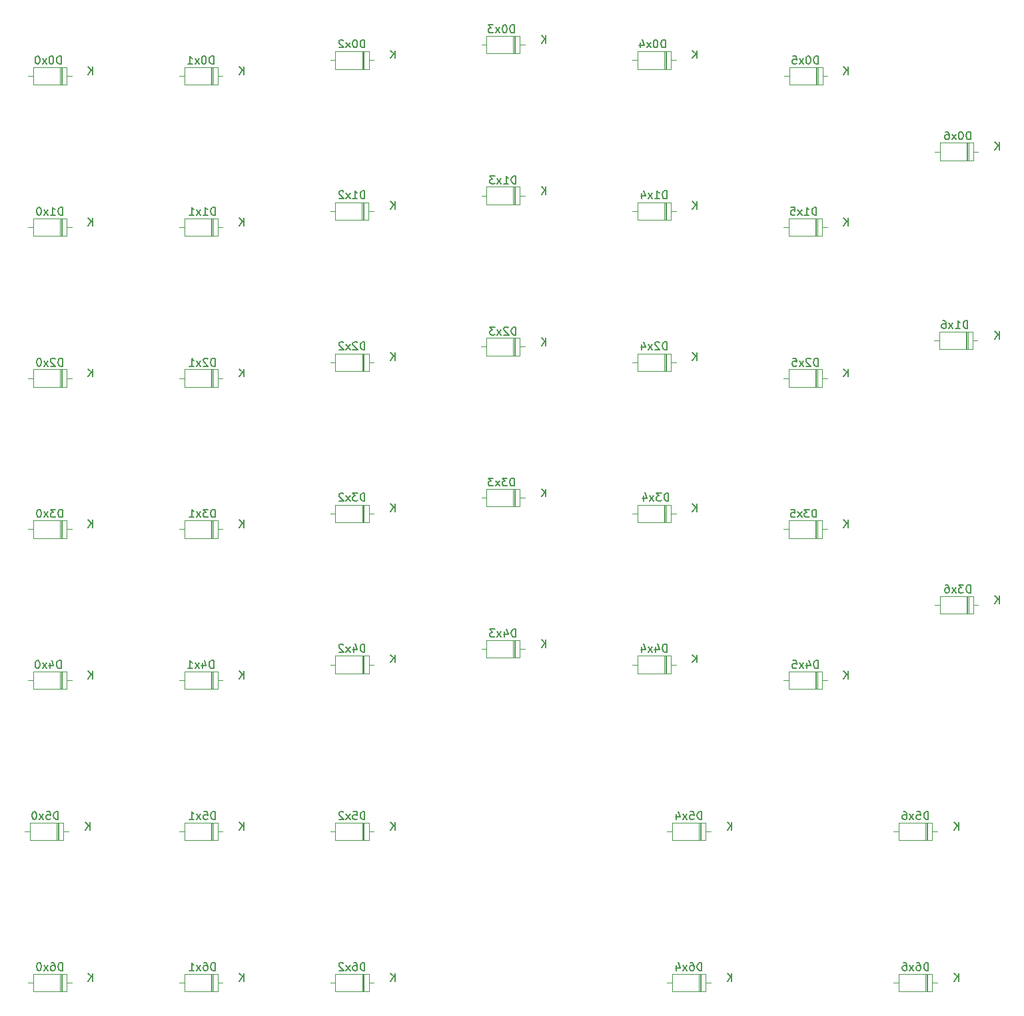
<source format=gbr>
%TF.GenerationSoftware,KiCad,Pcbnew,5.1.10-88a1d61d58~88~ubuntu20.04.1*%
%TF.CreationDate,2021-05-17T22:02:50+01:00*%
%TF.ProjectId,left_side,6c656674-5f73-4696-9465-2e6b69636164,rev?*%
%TF.SameCoordinates,Original*%
%TF.FileFunction,Legend,Bot*%
%TF.FilePolarity,Positive*%
%FSLAX46Y46*%
G04 Gerber Fmt 4.6, Leading zero omitted, Abs format (unit mm)*
G04 Created by KiCad (PCBNEW 5.1.10-88a1d61d58~88~ubuntu20.04.1) date 2021-05-17 22:02:50*
%MOMM*%
%LPD*%
G01*
G04 APERTURE LIST*
%ADD10C,0.120000*%
%ADD11C,0.150000*%
G04 APERTURE END LIST*
D10*
%TO.C,D0x0*%
X59330000Y108320000D02*
X59330000Y106080000D01*
X59090000Y108320000D02*
X59090000Y106080000D01*
X59210000Y108320000D02*
X59210000Y106080000D01*
X55040000Y107200000D02*
X55690000Y107200000D01*
X60580000Y107200000D02*
X59930000Y107200000D01*
X55690000Y108320000D02*
X59930000Y108320000D01*
X55690000Y106080000D02*
X55690000Y108320000D01*
X59930000Y106080000D02*
X55690000Y106080000D01*
X59930000Y108320000D02*
X59930000Y106080000D01*
%TO.C,D0x1*%
X78530000Y108320000D02*
X78530000Y106080000D01*
X78290000Y108320000D02*
X78290000Y106080000D01*
X78410000Y108320000D02*
X78410000Y106080000D01*
X74240000Y107200000D02*
X74890000Y107200000D01*
X79780000Y107200000D02*
X79130000Y107200000D01*
X74890000Y108320000D02*
X79130000Y108320000D01*
X74890000Y106080000D02*
X74890000Y108320000D01*
X79130000Y106080000D02*
X74890000Y106080000D01*
X79130000Y108320000D02*
X79130000Y106080000D01*
%TO.C,D0x2*%
X97730000Y110320000D02*
X97730000Y108080000D01*
X97490000Y110320000D02*
X97490000Y108080000D01*
X97610000Y110320000D02*
X97610000Y108080000D01*
X93440000Y109200000D02*
X94090000Y109200000D01*
X98980000Y109200000D02*
X98330000Y109200000D01*
X94090000Y110320000D02*
X98330000Y110320000D01*
X94090000Y108080000D02*
X94090000Y110320000D01*
X98330000Y108080000D02*
X94090000Y108080000D01*
X98330000Y110320000D02*
X98330000Y108080000D01*
%TO.C,D0x3*%
X116930000Y112320000D02*
X116930000Y110080000D01*
X116690000Y112320000D02*
X116690000Y110080000D01*
X116810000Y112320000D02*
X116810000Y110080000D01*
X112640000Y111200000D02*
X113290000Y111200000D01*
X118180000Y111200000D02*
X117530000Y111200000D01*
X113290000Y112320000D02*
X117530000Y112320000D01*
X113290000Y110080000D02*
X113290000Y112320000D01*
X117530000Y110080000D02*
X113290000Y110080000D01*
X117530000Y112320000D02*
X117530000Y110080000D01*
%TO.C,D0x4*%
X136130000Y110320000D02*
X136130000Y108080000D01*
X135890000Y110320000D02*
X135890000Y108080000D01*
X136010000Y110320000D02*
X136010000Y108080000D01*
X131840000Y109200000D02*
X132490000Y109200000D01*
X137380000Y109200000D02*
X136730000Y109200000D01*
X132490000Y110320000D02*
X136730000Y110320000D01*
X132490000Y108080000D02*
X132490000Y110320000D01*
X136730000Y108080000D02*
X132490000Y108080000D01*
X136730000Y110320000D02*
X136730000Y108080000D01*
%TO.C,D0x5*%
X155390001Y108320000D02*
X155390001Y106080000D01*
X155150001Y108320000D02*
X155150001Y106080000D01*
X155270001Y108320000D02*
X155270001Y106080000D01*
X151100001Y107200000D02*
X151750001Y107200000D01*
X156640001Y107200000D02*
X155990001Y107200000D01*
X151750001Y108320000D02*
X155990001Y108320000D01*
X151750001Y106080000D02*
X151750001Y108320000D01*
X155990001Y106080000D02*
X151750001Y106080000D01*
X155990001Y108320000D02*
X155990001Y106080000D01*
%TO.C,D0x6*%
X174530000Y98720000D02*
X174530000Y96480000D01*
X174290000Y98720000D02*
X174290000Y96480000D01*
X174410000Y98720000D02*
X174410000Y96480000D01*
X170240000Y97600000D02*
X170890000Y97600000D01*
X175780000Y97600000D02*
X175130000Y97600000D01*
X170890000Y98720000D02*
X175130000Y98720000D01*
X170890000Y96480000D02*
X170890000Y98720000D01*
X175130000Y96480000D02*
X170890000Y96480000D01*
X175130000Y98720000D02*
X175130000Y96480000D01*
%TO.C,D1x0*%
X59330000Y89120000D02*
X59330000Y86880000D01*
X59090000Y89120000D02*
X59090000Y86880000D01*
X59210000Y89120000D02*
X59210000Y86880000D01*
X55040000Y88000000D02*
X55690000Y88000000D01*
X60580000Y88000000D02*
X59930000Y88000000D01*
X55690000Y89120000D02*
X59930000Y89120000D01*
X55690000Y86880000D02*
X55690000Y89120000D01*
X59930000Y86880000D02*
X55690000Y86880000D01*
X59930000Y89120000D02*
X59930000Y86880000D01*
%TO.C,D1x1*%
X78530000Y89120000D02*
X78530000Y86880000D01*
X78290000Y89120000D02*
X78290000Y86880000D01*
X78410000Y89120000D02*
X78410000Y86880000D01*
X74240000Y88000000D02*
X74890000Y88000000D01*
X79780000Y88000000D02*
X79130000Y88000000D01*
X74890000Y89120000D02*
X79130000Y89120000D01*
X74890000Y86880000D02*
X74890000Y89120000D01*
X79130000Y86880000D02*
X74890000Y86880000D01*
X79130000Y89120000D02*
X79130000Y86880000D01*
%TO.C,D1x2*%
X97710000Y91120000D02*
X97710000Y88880000D01*
X97470000Y91120000D02*
X97470000Y88880000D01*
X97590000Y91120000D02*
X97590000Y88880000D01*
X93420000Y90000000D02*
X94070000Y90000000D01*
X98960000Y90000000D02*
X98310000Y90000000D01*
X94070000Y91120000D02*
X98310000Y91120000D01*
X94070000Y88880000D02*
X94070000Y91120000D01*
X98310000Y88880000D02*
X94070000Y88880000D01*
X98310000Y91120000D02*
X98310000Y88880000D01*
%TO.C,D1x3*%
X116930000Y93120000D02*
X116930000Y90880000D01*
X116690000Y93120000D02*
X116690000Y90880000D01*
X116810000Y93120000D02*
X116810000Y90880000D01*
X112640000Y92000000D02*
X113290000Y92000000D01*
X118180000Y92000000D02*
X117530000Y92000000D01*
X113290000Y93120000D02*
X117530000Y93120000D01*
X113290000Y90880000D02*
X113290000Y93120000D01*
X117530000Y90880000D02*
X113290000Y90880000D01*
X117530000Y93120000D02*
X117530000Y90880000D01*
%TO.C,D1x4*%
X136130000Y91120000D02*
X136130000Y88880000D01*
X135890000Y91120000D02*
X135890000Y88880000D01*
X136010000Y91120000D02*
X136010000Y88880000D01*
X131840000Y90000000D02*
X132490000Y90000000D01*
X137380000Y90000000D02*
X136730000Y90000000D01*
X132490000Y91120000D02*
X136730000Y91120000D01*
X132490000Y88880000D02*
X132490000Y91120000D01*
X136730000Y88880000D02*
X132490000Y88880000D01*
X136730000Y91120000D02*
X136730000Y88880000D01*
%TO.C,D1x5*%
X155330000Y89120000D02*
X155330000Y86880000D01*
X155090000Y89120000D02*
X155090000Y86880000D01*
X155210000Y89120000D02*
X155210000Y86880000D01*
X151040000Y88000000D02*
X151690000Y88000000D01*
X156580000Y88000000D02*
X155930000Y88000000D01*
X151690000Y89120000D02*
X155930000Y89120000D01*
X151690000Y86880000D02*
X151690000Y89120000D01*
X155930000Y86880000D02*
X151690000Y86880000D01*
X155930000Y89120000D02*
X155930000Y86880000D01*
%TO.C,D1x6*%
X174450000Y74720000D02*
X174450000Y72480000D01*
X174210000Y74720000D02*
X174210000Y72480000D01*
X174330000Y74720000D02*
X174330000Y72480000D01*
X170160000Y73600000D02*
X170810000Y73600000D01*
X175700000Y73600000D02*
X175050000Y73600000D01*
X170810000Y74720000D02*
X175050000Y74720000D01*
X170810000Y72480000D02*
X170810000Y74720000D01*
X175050000Y72480000D02*
X170810000Y72480000D01*
X175050000Y74720000D02*
X175050000Y72480000D01*
%TO.C,D2x0*%
X59330000Y69920000D02*
X59330000Y67680000D01*
X59090000Y69920000D02*
X59090000Y67680000D01*
X59210000Y69920000D02*
X59210000Y67680000D01*
X55040000Y68800000D02*
X55690000Y68800000D01*
X60580000Y68800000D02*
X59930000Y68800000D01*
X55690000Y69920000D02*
X59930000Y69920000D01*
X55690000Y67680000D02*
X55690000Y69920000D01*
X59930000Y67680000D02*
X55690000Y67680000D01*
X59930000Y69920000D02*
X59930000Y67680000D01*
%TO.C,D2x1*%
X78530000Y69920000D02*
X78530000Y67680000D01*
X78290000Y69920000D02*
X78290000Y67680000D01*
X78410000Y69920000D02*
X78410000Y67680000D01*
X74240000Y68800000D02*
X74890000Y68800000D01*
X79780000Y68800000D02*
X79130000Y68800000D01*
X74890000Y69920000D02*
X79130000Y69920000D01*
X74890000Y67680000D02*
X74890000Y69920000D01*
X79130000Y67680000D02*
X74890000Y67680000D01*
X79130000Y69920000D02*
X79130000Y67680000D01*
%TO.C,D2x2*%
X97730000Y71920000D02*
X97730000Y69680000D01*
X97490000Y71920000D02*
X97490000Y69680000D01*
X97610000Y71920000D02*
X97610000Y69680000D01*
X93440000Y70800000D02*
X94090000Y70800000D01*
X98980000Y70800000D02*
X98330000Y70800000D01*
X94090000Y71920000D02*
X98330000Y71920000D01*
X94090000Y69680000D02*
X94090000Y71920000D01*
X98330000Y69680000D02*
X94090000Y69680000D01*
X98330000Y71920000D02*
X98330000Y69680000D01*
%TO.C,D2x3*%
X116910000Y73920000D02*
X116910000Y71680000D01*
X116670000Y73920000D02*
X116670000Y71680000D01*
X116790000Y73920000D02*
X116790000Y71680000D01*
X112620000Y72800000D02*
X113270000Y72800000D01*
X118160000Y72800000D02*
X117510000Y72800000D01*
X113270000Y73920000D02*
X117510000Y73920000D01*
X113270000Y71680000D02*
X113270000Y73920000D01*
X117510000Y71680000D02*
X113270000Y71680000D01*
X117510000Y73920000D02*
X117510000Y71680000D01*
%TO.C,D2x4*%
X136130000Y71920000D02*
X136130000Y69680000D01*
X135890000Y71920000D02*
X135890000Y69680000D01*
X136010000Y71920000D02*
X136010000Y69680000D01*
X131840000Y70800000D02*
X132490000Y70800000D01*
X137380000Y70800000D02*
X136730000Y70800000D01*
X132490000Y71920000D02*
X136730000Y71920000D01*
X132490000Y69680000D02*
X132490000Y71920000D01*
X136730000Y69680000D02*
X132490000Y69680000D01*
X136730000Y71920000D02*
X136730000Y69680000D01*
%TO.C,D2x5*%
X155330000Y69920000D02*
X155330000Y67680000D01*
X155090000Y69920000D02*
X155090000Y67680000D01*
X155210000Y69920000D02*
X155210000Y67680000D01*
X151040000Y68800000D02*
X151690000Y68800000D01*
X156580000Y68800000D02*
X155930000Y68800000D01*
X151690000Y69920000D02*
X155930000Y69920000D01*
X151690000Y67680000D02*
X151690000Y69920000D01*
X155930000Y67680000D02*
X151690000Y67680000D01*
X155930000Y69920000D02*
X155930000Y67680000D01*
%TO.C,D3x0*%
X59330000Y50720000D02*
X59330000Y48480000D01*
X59090000Y50720000D02*
X59090000Y48480000D01*
X59210000Y50720000D02*
X59210000Y48480000D01*
X55040000Y49600000D02*
X55690000Y49600000D01*
X60580000Y49600000D02*
X59930000Y49600000D01*
X55690000Y50720000D02*
X59930000Y50720000D01*
X55690000Y48480000D02*
X55690000Y50720000D01*
X59930000Y48480000D02*
X55690000Y48480000D01*
X59930000Y50720000D02*
X59930000Y48480000D01*
%TO.C,D3x1*%
X78530000Y50720000D02*
X78530000Y48480000D01*
X78290000Y50720000D02*
X78290000Y48480000D01*
X78410000Y50720000D02*
X78410000Y48480000D01*
X74240000Y49600000D02*
X74890000Y49600000D01*
X79780000Y49600000D02*
X79130000Y49600000D01*
X74890000Y50720000D02*
X79130000Y50720000D01*
X74890000Y48480000D02*
X74890000Y50720000D01*
X79130000Y48480000D02*
X74890000Y48480000D01*
X79130000Y50720000D02*
X79130000Y48480000D01*
%TO.C,D3x2*%
X97730000Y52720000D02*
X97730000Y50480000D01*
X97490000Y52720000D02*
X97490000Y50480000D01*
X97610000Y52720000D02*
X97610000Y50480000D01*
X93440000Y51600000D02*
X94090000Y51600000D01*
X98980000Y51600000D02*
X98330000Y51600000D01*
X94090000Y52720000D02*
X98330000Y52720000D01*
X94090000Y50480000D02*
X94090000Y52720000D01*
X98330000Y50480000D02*
X94090000Y50480000D01*
X98330000Y52720000D02*
X98330000Y50480000D01*
%TO.C,D3x3*%
X116930000Y54720000D02*
X116930000Y52480000D01*
X116690000Y54720000D02*
X116690000Y52480000D01*
X116810000Y54720000D02*
X116810000Y52480000D01*
X112640000Y53600000D02*
X113290000Y53600000D01*
X118180000Y53600000D02*
X117530000Y53600000D01*
X113290000Y54720000D02*
X117530000Y54720000D01*
X113290000Y52480000D02*
X113290000Y54720000D01*
X117530000Y52480000D02*
X113290000Y52480000D01*
X117530000Y54720000D02*
X117530000Y52480000D01*
%TO.C,D3x4*%
X136110000Y52720000D02*
X136110000Y50480000D01*
X135870000Y52720000D02*
X135870000Y50480000D01*
X135990000Y52720000D02*
X135990000Y50480000D01*
X131820000Y51600000D02*
X132470000Y51600000D01*
X137360000Y51600000D02*
X136710000Y51600000D01*
X132470000Y52720000D02*
X136710000Y52720000D01*
X132470000Y50480000D02*
X132470000Y52720000D01*
X136710000Y50480000D02*
X132470000Y50480000D01*
X136710000Y52720000D02*
X136710000Y50480000D01*
%TO.C,D3x5*%
X155330000Y50720000D02*
X155330000Y48480000D01*
X155090000Y50720000D02*
X155090000Y48480000D01*
X155210000Y50720000D02*
X155210000Y48480000D01*
X151040000Y49600000D02*
X151690000Y49600000D01*
X156580000Y49600000D02*
X155930000Y49600000D01*
X151690000Y50720000D02*
X155930000Y50720000D01*
X151690000Y48480000D02*
X151690000Y50720000D01*
X155930000Y48480000D02*
X151690000Y48480000D01*
X155930000Y50720000D02*
X155930000Y48480000D01*
%TO.C,D3x6*%
X174530000Y41120000D02*
X174530000Y38880000D01*
X174290000Y41120000D02*
X174290000Y38880000D01*
X174410000Y41120000D02*
X174410000Y38880000D01*
X170240000Y40000000D02*
X170890000Y40000000D01*
X175780000Y40000000D02*
X175130000Y40000000D01*
X170890000Y41120000D02*
X175130000Y41120000D01*
X170890000Y38880000D02*
X170890000Y41120000D01*
X175130000Y38880000D02*
X170890000Y38880000D01*
X175130000Y41120000D02*
X175130000Y38880000D01*
%TO.C,D4x0*%
X59330000Y31520000D02*
X59330000Y29280000D01*
X59090000Y31520000D02*
X59090000Y29280000D01*
X59210000Y31520000D02*
X59210000Y29280000D01*
X55040000Y30400000D02*
X55690000Y30400000D01*
X60580000Y30400000D02*
X59930000Y30400000D01*
X55690000Y31520000D02*
X59930000Y31520000D01*
X55690000Y29280000D02*
X55690000Y31520000D01*
X59930000Y29280000D02*
X55690000Y29280000D01*
X59930000Y31520000D02*
X59930000Y29280000D01*
%TO.C,D4x1*%
X78530000Y31520000D02*
X78530000Y29280000D01*
X78290000Y31520000D02*
X78290000Y29280000D01*
X78410000Y31520000D02*
X78410000Y29280000D01*
X74240000Y30400000D02*
X74890000Y30400000D01*
X79780000Y30400000D02*
X79130000Y30400000D01*
X74890000Y31520000D02*
X79130000Y31520000D01*
X74890000Y29280000D02*
X74890000Y31520000D01*
X79130000Y29280000D02*
X74890000Y29280000D01*
X79130000Y31520000D02*
X79130000Y29280000D01*
%TO.C,D4x2*%
X97730000Y33520000D02*
X97730000Y31280000D01*
X97490000Y33520000D02*
X97490000Y31280000D01*
X97610000Y33520000D02*
X97610000Y31280000D01*
X93440000Y32400000D02*
X94090000Y32400000D01*
X98980000Y32400000D02*
X98330000Y32400000D01*
X94090000Y33520000D02*
X98330000Y33520000D01*
X94090000Y31280000D02*
X94090000Y33520000D01*
X98330000Y31280000D02*
X94090000Y31280000D01*
X98330000Y33520000D02*
X98330000Y31280000D01*
%TO.C,D4x3*%
X116930000Y35520000D02*
X116930000Y33280000D01*
X116690000Y35520000D02*
X116690000Y33280000D01*
X116810000Y35520000D02*
X116810000Y33280000D01*
X112640000Y34400000D02*
X113290000Y34400000D01*
X118180000Y34400000D02*
X117530000Y34400000D01*
X113290000Y35520000D02*
X117530000Y35520000D01*
X113290000Y33280000D02*
X113290000Y35520000D01*
X117530000Y33280000D02*
X113290000Y33280000D01*
X117530000Y35520000D02*
X117530000Y33280000D01*
%TO.C,D4x4*%
X136130000Y33520000D02*
X136130000Y31280000D01*
X135890000Y33520000D02*
X135890000Y31280000D01*
X136010000Y33520000D02*
X136010000Y31280000D01*
X131840000Y32400000D02*
X132490000Y32400000D01*
X137380000Y32400000D02*
X136730000Y32400000D01*
X132490000Y33520000D02*
X136730000Y33520000D01*
X132490000Y31280000D02*
X132490000Y33520000D01*
X136730000Y31280000D02*
X132490000Y31280000D01*
X136730000Y33520000D02*
X136730000Y31280000D01*
%TO.C,D4x5*%
X155330000Y31520000D02*
X155330000Y29280000D01*
X155090000Y31520000D02*
X155090000Y29280000D01*
X155210000Y31520000D02*
X155210000Y29280000D01*
X151040000Y30400000D02*
X151690000Y30400000D01*
X156580000Y30400000D02*
X155930000Y30400000D01*
X151690000Y31520000D02*
X155930000Y31520000D01*
X151690000Y29280000D02*
X151690000Y31520000D01*
X155930000Y29280000D02*
X151690000Y29280000D01*
X155930000Y31520000D02*
X155930000Y29280000D01*
%TO.C,D5x0*%
X58910000Y12320000D02*
X58910000Y10080000D01*
X58670000Y12320000D02*
X58670000Y10080000D01*
X58790000Y12320000D02*
X58790000Y10080000D01*
X54620000Y11200000D02*
X55270000Y11200000D01*
X60160000Y11200000D02*
X59510000Y11200000D01*
X55270000Y12320000D02*
X59510000Y12320000D01*
X55270000Y10080000D02*
X55270000Y12320000D01*
X59510000Y10080000D02*
X55270000Y10080000D01*
X59510000Y12320000D02*
X59510000Y10080000D01*
%TO.C,D5x1*%
X78530000Y12320000D02*
X78530000Y10080000D01*
X78290000Y12320000D02*
X78290000Y10080000D01*
X78410000Y12320000D02*
X78410000Y10080000D01*
X74240000Y11200000D02*
X74890000Y11200000D01*
X79780000Y11200000D02*
X79130000Y11200000D01*
X74890000Y12320000D02*
X79130000Y12320000D01*
X74890000Y10080000D02*
X74890000Y12320000D01*
X79130000Y10080000D02*
X74890000Y10080000D01*
X79130000Y12320000D02*
X79130000Y10080000D01*
%TO.C,D5x2*%
X97730000Y12320000D02*
X97730000Y10080000D01*
X97490000Y12320000D02*
X97490000Y10080000D01*
X97610000Y12320000D02*
X97610000Y10080000D01*
X93440000Y11200000D02*
X94090000Y11200000D01*
X98980000Y11200000D02*
X98330000Y11200000D01*
X94090000Y12320000D02*
X98330000Y12320000D01*
X94090000Y10080000D02*
X94090000Y12320000D01*
X98330000Y10080000D02*
X94090000Y10080000D01*
X98330000Y12320000D02*
X98330000Y10080000D01*
%TO.C,D5x4*%
X140530000Y12320000D02*
X140530000Y10080000D01*
X140290000Y12320000D02*
X140290000Y10080000D01*
X140410000Y12320000D02*
X140410000Y10080000D01*
X136240000Y11200000D02*
X136890000Y11200000D01*
X141780000Y11200000D02*
X141130000Y11200000D01*
X136890000Y12320000D02*
X141130000Y12320000D01*
X136890000Y10080000D02*
X136890000Y12320000D01*
X141130000Y10080000D02*
X136890000Y10080000D01*
X141130000Y12320000D02*
X141130000Y10080000D01*
%TO.C,D5x6*%
X169330000Y12320000D02*
X169330000Y10080000D01*
X169090000Y12320000D02*
X169090000Y10080000D01*
X169210000Y12320000D02*
X169210000Y10080000D01*
X165040000Y11200000D02*
X165690000Y11200000D01*
X170580000Y11200000D02*
X169930000Y11200000D01*
X165690000Y12320000D02*
X169930000Y12320000D01*
X165690000Y10080000D02*
X165690000Y12320000D01*
X169930000Y10080000D02*
X165690000Y10080000D01*
X169930000Y12320000D02*
X169930000Y10080000D01*
%TO.C,D6x0*%
X59330000Y-6880000D02*
X59330000Y-9120000D01*
X59090000Y-6880000D02*
X59090000Y-9120000D01*
X59210000Y-6880000D02*
X59210000Y-9120000D01*
X55040000Y-8000000D02*
X55690000Y-8000000D01*
X60580000Y-8000000D02*
X59930000Y-8000000D01*
X55690000Y-6880000D02*
X59930000Y-6880000D01*
X55690000Y-9120000D02*
X55690000Y-6880000D01*
X59930000Y-9120000D02*
X55690000Y-9120000D01*
X59930000Y-6880000D02*
X59930000Y-9120000D01*
%TO.C,D6x1*%
X78530000Y-6880000D02*
X78530000Y-9120000D01*
X78290000Y-6880000D02*
X78290000Y-9120000D01*
X78410000Y-6880000D02*
X78410000Y-9120000D01*
X74240000Y-8000000D02*
X74890000Y-8000000D01*
X79780000Y-8000000D02*
X79130000Y-8000000D01*
X74890000Y-6880000D02*
X79130000Y-6880000D01*
X74890000Y-9120000D02*
X74890000Y-6880000D01*
X79130000Y-9120000D02*
X74890000Y-9120000D01*
X79130000Y-6880000D02*
X79130000Y-9120000D01*
%TO.C,D6x2*%
X97730000Y-6880000D02*
X97730000Y-9120000D01*
X97490000Y-6880000D02*
X97490000Y-9120000D01*
X97610000Y-6880000D02*
X97610000Y-9120000D01*
X93440000Y-8000000D02*
X94090000Y-8000000D01*
X98980000Y-8000000D02*
X98330000Y-8000000D01*
X94090000Y-6880000D02*
X98330000Y-6880000D01*
X94090000Y-9120000D02*
X94090000Y-6880000D01*
X98330000Y-9120000D02*
X94090000Y-9120000D01*
X98330000Y-6880000D02*
X98330000Y-9120000D01*
%TO.C,D6x4*%
X140530000Y-6880000D02*
X140530000Y-9120000D01*
X140290000Y-6880000D02*
X140290000Y-9120000D01*
X140410000Y-6880000D02*
X140410000Y-9120000D01*
X136240000Y-8000000D02*
X136890000Y-8000000D01*
X141780000Y-8000000D02*
X141130000Y-8000000D01*
X136890000Y-6880000D02*
X141130000Y-6880000D01*
X136890000Y-9120000D02*
X136890000Y-6880000D01*
X141130000Y-9120000D02*
X136890000Y-9120000D01*
X141130000Y-6880000D02*
X141130000Y-9120000D01*
%TO.C,D6x6*%
X169330000Y-6880000D02*
X169330000Y-9120000D01*
X169090000Y-6880000D02*
X169090000Y-9120000D01*
X169210000Y-6880000D02*
X169210000Y-9120000D01*
X165040000Y-8000000D02*
X165690000Y-8000000D01*
X170580000Y-8000000D02*
X169930000Y-8000000D01*
X165690000Y-6880000D02*
X169930000Y-6880000D01*
X165690000Y-9120000D02*
X165690000Y-6880000D01*
X169930000Y-9120000D02*
X165690000Y-9120000D01*
X169930000Y-6880000D02*
X169930000Y-9120000D01*
%TD*%
%TO.C,D0x0*%
D11*
X59219047Y108731619D02*
X59219047Y109731619D01*
X58980952Y109731619D01*
X58838095Y109684000D01*
X58742857Y109588761D01*
X58695238Y109493523D01*
X58647619Y109303047D01*
X58647619Y109160190D01*
X58695238Y108969714D01*
X58742857Y108874476D01*
X58838095Y108779238D01*
X58980952Y108731619D01*
X59219047Y108731619D01*
X58028571Y109731619D02*
X57933333Y109731619D01*
X57838095Y109684000D01*
X57790476Y109636380D01*
X57742857Y109541142D01*
X57695238Y109350666D01*
X57695238Y109112571D01*
X57742857Y108922095D01*
X57790476Y108826857D01*
X57838095Y108779238D01*
X57933333Y108731619D01*
X58028571Y108731619D01*
X58123809Y108779238D01*
X58171428Y108826857D01*
X58219047Y108922095D01*
X58266666Y109112571D01*
X58266666Y109350666D01*
X58219047Y109541142D01*
X58171428Y109636380D01*
X58123809Y109684000D01*
X58028571Y109731619D01*
X57361904Y108731619D02*
X56838095Y109398285D01*
X57361904Y109398285D02*
X56838095Y108731619D01*
X56266666Y109731619D02*
X56171428Y109731619D01*
X56076190Y109684000D01*
X56028571Y109636380D01*
X55980952Y109541142D01*
X55933333Y109350666D01*
X55933333Y109112571D01*
X55980952Y108922095D01*
X56028571Y108826857D01*
X56076190Y108779238D01*
X56171428Y108731619D01*
X56266666Y108731619D01*
X56361904Y108779238D01*
X56409523Y108826857D01*
X56457142Y108922095D01*
X56504761Y109112571D01*
X56504761Y109350666D01*
X56457142Y109541142D01*
X56409523Y109636380D01*
X56361904Y109684000D01*
X56266666Y109731619D01*
X63237904Y107387619D02*
X63237904Y108387619D01*
X62666476Y107387619D02*
X63095047Y107959047D01*
X62666476Y108387619D02*
X63237904Y107816190D01*
%TO.C,D0x1*%
X78611047Y108731619D02*
X78611047Y109731619D01*
X78372952Y109731619D01*
X78230095Y109684000D01*
X78134857Y109588761D01*
X78087238Y109493523D01*
X78039619Y109303047D01*
X78039619Y109160190D01*
X78087238Y108969714D01*
X78134857Y108874476D01*
X78230095Y108779238D01*
X78372952Y108731619D01*
X78611047Y108731619D01*
X77420571Y109731619D02*
X77325333Y109731619D01*
X77230095Y109684000D01*
X77182476Y109636380D01*
X77134857Y109541142D01*
X77087238Y109350666D01*
X77087238Y109112571D01*
X77134857Y108922095D01*
X77182476Y108826857D01*
X77230095Y108779238D01*
X77325333Y108731619D01*
X77420571Y108731619D01*
X77515809Y108779238D01*
X77563428Y108826857D01*
X77611047Y108922095D01*
X77658666Y109112571D01*
X77658666Y109350666D01*
X77611047Y109541142D01*
X77563428Y109636380D01*
X77515809Y109684000D01*
X77420571Y109731619D01*
X76753904Y108731619D02*
X76230095Y109398285D01*
X76753904Y109398285D02*
X76230095Y108731619D01*
X75325333Y108731619D02*
X75896761Y108731619D01*
X75611047Y108731619D02*
X75611047Y109731619D01*
X75706285Y109588761D01*
X75801523Y109493523D01*
X75896761Y109445904D01*
X82437904Y107387619D02*
X82437904Y108387619D01*
X81866476Y107387619D02*
X82295047Y107959047D01*
X81866476Y108387619D02*
X82437904Y107816190D01*
%TO.C,D0x2*%
X97811047Y110811619D02*
X97811047Y111811619D01*
X97572952Y111811619D01*
X97430095Y111764000D01*
X97334857Y111668761D01*
X97287238Y111573523D01*
X97239619Y111383047D01*
X97239619Y111240190D01*
X97287238Y111049714D01*
X97334857Y110954476D01*
X97430095Y110859238D01*
X97572952Y110811619D01*
X97811047Y110811619D01*
X96620571Y111811619D02*
X96525333Y111811619D01*
X96430095Y111764000D01*
X96382476Y111716380D01*
X96334857Y111621142D01*
X96287238Y111430666D01*
X96287238Y111192571D01*
X96334857Y111002095D01*
X96382476Y110906857D01*
X96430095Y110859238D01*
X96525333Y110811619D01*
X96620571Y110811619D01*
X96715809Y110859238D01*
X96763428Y110906857D01*
X96811047Y111002095D01*
X96858666Y111192571D01*
X96858666Y111430666D01*
X96811047Y111621142D01*
X96763428Y111716380D01*
X96715809Y111764000D01*
X96620571Y111811619D01*
X95953904Y110811619D02*
X95430095Y111478285D01*
X95953904Y111478285D02*
X95430095Y110811619D01*
X95096761Y111716380D02*
X95049142Y111764000D01*
X94953904Y111811619D01*
X94715809Y111811619D01*
X94620571Y111764000D01*
X94572952Y111716380D01*
X94525333Y111621142D01*
X94525333Y111525904D01*
X94572952Y111383047D01*
X95144380Y110811619D01*
X94525333Y110811619D01*
X101637904Y109467619D02*
X101637904Y110467619D01*
X101066476Y109467619D02*
X101495047Y110039047D01*
X101066476Y110467619D02*
X101637904Y109896190D01*
%TO.C,D0x3*%
X116819047Y112699619D02*
X116819047Y113699619D01*
X116580952Y113699619D01*
X116438095Y113652000D01*
X116342857Y113556761D01*
X116295238Y113461523D01*
X116247619Y113271047D01*
X116247619Y113128190D01*
X116295238Y112937714D01*
X116342857Y112842476D01*
X116438095Y112747238D01*
X116580952Y112699619D01*
X116819047Y112699619D01*
X115628571Y113699619D02*
X115533333Y113699619D01*
X115438095Y113652000D01*
X115390476Y113604380D01*
X115342857Y113509142D01*
X115295238Y113318666D01*
X115295238Y113080571D01*
X115342857Y112890095D01*
X115390476Y112794857D01*
X115438095Y112747238D01*
X115533333Y112699619D01*
X115628571Y112699619D01*
X115723809Y112747238D01*
X115771428Y112794857D01*
X115819047Y112890095D01*
X115866666Y113080571D01*
X115866666Y113318666D01*
X115819047Y113509142D01*
X115771428Y113604380D01*
X115723809Y113652000D01*
X115628571Y113699619D01*
X114961904Y112699619D02*
X114438095Y113366285D01*
X114961904Y113366285D02*
X114438095Y112699619D01*
X114152380Y113699619D02*
X113533333Y113699619D01*
X113866666Y113318666D01*
X113723809Y113318666D01*
X113628571Y113271047D01*
X113580952Y113223428D01*
X113533333Y113128190D01*
X113533333Y112890095D01*
X113580952Y112794857D01*
X113628571Y112747238D01*
X113723809Y112699619D01*
X114009523Y112699619D01*
X114104761Y112747238D01*
X114152380Y112794857D01*
X120837904Y111355619D02*
X120837904Y112355619D01*
X120266476Y111355619D02*
X120695047Y111927047D01*
X120266476Y112355619D02*
X120837904Y111784190D01*
%TO.C,D0x4*%
X136019047Y110811619D02*
X136019047Y111811619D01*
X135780952Y111811619D01*
X135638095Y111764000D01*
X135542857Y111668761D01*
X135495238Y111573523D01*
X135447619Y111383047D01*
X135447619Y111240190D01*
X135495238Y111049714D01*
X135542857Y110954476D01*
X135638095Y110859238D01*
X135780952Y110811619D01*
X136019047Y110811619D01*
X134828571Y111811619D02*
X134733333Y111811619D01*
X134638095Y111764000D01*
X134590476Y111716380D01*
X134542857Y111621142D01*
X134495238Y111430666D01*
X134495238Y111192571D01*
X134542857Y111002095D01*
X134590476Y110906857D01*
X134638095Y110859238D01*
X134733333Y110811619D01*
X134828571Y110811619D01*
X134923809Y110859238D01*
X134971428Y110906857D01*
X135019047Y111002095D01*
X135066666Y111192571D01*
X135066666Y111430666D01*
X135019047Y111621142D01*
X134971428Y111716380D01*
X134923809Y111764000D01*
X134828571Y111811619D01*
X134161904Y110811619D02*
X133638095Y111478285D01*
X134161904Y111478285D02*
X133638095Y110811619D01*
X132828571Y111478285D02*
X132828571Y110811619D01*
X133066666Y111859238D02*
X133304761Y111144952D01*
X132685714Y111144952D01*
X140037904Y109467619D02*
X140037904Y110467619D01*
X139466476Y109467619D02*
X139895047Y110039047D01*
X139466476Y110467619D02*
X140037904Y109896190D01*
%TO.C,D0x5*%
X155411047Y108731619D02*
X155411047Y109731619D01*
X155172952Y109731619D01*
X155030095Y109684000D01*
X154934857Y109588761D01*
X154887238Y109493523D01*
X154839619Y109303047D01*
X154839619Y109160190D01*
X154887238Y108969714D01*
X154934857Y108874476D01*
X155030095Y108779238D01*
X155172952Y108731619D01*
X155411047Y108731619D01*
X154220571Y109731619D02*
X154125333Y109731619D01*
X154030095Y109684000D01*
X153982476Y109636380D01*
X153934857Y109541142D01*
X153887238Y109350666D01*
X153887238Y109112571D01*
X153934857Y108922095D01*
X153982476Y108826857D01*
X154030095Y108779238D01*
X154125333Y108731619D01*
X154220571Y108731619D01*
X154315809Y108779238D01*
X154363428Y108826857D01*
X154411047Y108922095D01*
X154458666Y109112571D01*
X154458666Y109350666D01*
X154411047Y109541142D01*
X154363428Y109636380D01*
X154315809Y109684000D01*
X154220571Y109731619D01*
X153553904Y108731619D02*
X153030095Y109398285D01*
X153553904Y109398285D02*
X153030095Y108731619D01*
X152172952Y109731619D02*
X152649142Y109731619D01*
X152696761Y109255428D01*
X152649142Y109303047D01*
X152553904Y109350666D01*
X152315809Y109350666D01*
X152220571Y109303047D01*
X152172952Y109255428D01*
X152125333Y109160190D01*
X152125333Y108922095D01*
X152172952Y108826857D01*
X152220571Y108779238D01*
X152315809Y108731619D01*
X152553904Y108731619D01*
X152649142Y108779238D01*
X152696761Y108826857D01*
X159237904Y107387619D02*
X159237904Y108387619D01*
X158666476Y107387619D02*
X159095047Y107959047D01*
X158666476Y108387619D02*
X159237904Y107816190D01*
%TO.C,D0x6*%
X174803047Y99131619D02*
X174803047Y100131619D01*
X174564952Y100131619D01*
X174422095Y100084000D01*
X174326857Y99988761D01*
X174279238Y99893523D01*
X174231619Y99703047D01*
X174231619Y99560190D01*
X174279238Y99369714D01*
X174326857Y99274476D01*
X174422095Y99179238D01*
X174564952Y99131619D01*
X174803047Y99131619D01*
X173612571Y100131619D02*
X173517333Y100131619D01*
X173422095Y100084000D01*
X173374476Y100036380D01*
X173326857Y99941142D01*
X173279238Y99750666D01*
X173279238Y99512571D01*
X173326857Y99322095D01*
X173374476Y99226857D01*
X173422095Y99179238D01*
X173517333Y99131619D01*
X173612571Y99131619D01*
X173707809Y99179238D01*
X173755428Y99226857D01*
X173803047Y99322095D01*
X173850666Y99512571D01*
X173850666Y99750666D01*
X173803047Y99941142D01*
X173755428Y100036380D01*
X173707809Y100084000D01*
X173612571Y100131619D01*
X172945904Y99131619D02*
X172422095Y99798285D01*
X172945904Y99798285D02*
X172422095Y99131619D01*
X171612571Y100131619D02*
X171803047Y100131619D01*
X171898285Y100084000D01*
X171945904Y100036380D01*
X172041142Y99893523D01*
X172088761Y99703047D01*
X172088761Y99322095D01*
X172041142Y99226857D01*
X171993523Y99179238D01*
X171898285Y99131619D01*
X171707809Y99131619D01*
X171612571Y99179238D01*
X171564952Y99226857D01*
X171517333Y99322095D01*
X171517333Y99560190D01*
X171564952Y99655428D01*
X171612571Y99703047D01*
X171707809Y99750666D01*
X171898285Y99750666D01*
X171993523Y99703047D01*
X172041142Y99655428D01*
X172088761Y99560190D01*
X178437904Y97787619D02*
X178437904Y98787619D01*
X177866476Y97787619D02*
X178295047Y98359047D01*
X177866476Y98787619D02*
X178437904Y98216190D01*
%TO.C,D1x0*%
X59411047Y89531619D02*
X59411047Y90531619D01*
X59172952Y90531619D01*
X59030095Y90484000D01*
X58934857Y90388761D01*
X58887238Y90293523D01*
X58839619Y90103047D01*
X58839619Y89960190D01*
X58887238Y89769714D01*
X58934857Y89674476D01*
X59030095Y89579238D01*
X59172952Y89531619D01*
X59411047Y89531619D01*
X57887238Y89531619D02*
X58458666Y89531619D01*
X58172952Y89531619D02*
X58172952Y90531619D01*
X58268190Y90388761D01*
X58363428Y90293523D01*
X58458666Y90245904D01*
X57553904Y89531619D02*
X57030095Y90198285D01*
X57553904Y90198285D02*
X57030095Y89531619D01*
X56458666Y90531619D02*
X56363428Y90531619D01*
X56268190Y90484000D01*
X56220571Y90436380D01*
X56172952Y90341142D01*
X56125333Y90150666D01*
X56125333Y89912571D01*
X56172952Y89722095D01*
X56220571Y89626857D01*
X56268190Y89579238D01*
X56363428Y89531619D01*
X56458666Y89531619D01*
X56553904Y89579238D01*
X56601523Y89626857D01*
X56649142Y89722095D01*
X56696761Y89912571D01*
X56696761Y90150666D01*
X56649142Y90341142D01*
X56601523Y90436380D01*
X56553904Y90484000D01*
X56458666Y90531619D01*
X63237904Y88187619D02*
X63237904Y89187619D01*
X62666476Y88187619D02*
X63095047Y88759047D01*
X62666476Y89187619D02*
X63237904Y88616190D01*
%TO.C,D1x1*%
X78803047Y89531619D02*
X78803047Y90531619D01*
X78564952Y90531619D01*
X78422095Y90484000D01*
X78326857Y90388761D01*
X78279238Y90293523D01*
X78231619Y90103047D01*
X78231619Y89960190D01*
X78279238Y89769714D01*
X78326857Y89674476D01*
X78422095Y89579238D01*
X78564952Y89531619D01*
X78803047Y89531619D01*
X77279238Y89531619D02*
X77850666Y89531619D01*
X77564952Y89531619D02*
X77564952Y90531619D01*
X77660190Y90388761D01*
X77755428Y90293523D01*
X77850666Y90245904D01*
X76945904Y89531619D02*
X76422095Y90198285D01*
X76945904Y90198285D02*
X76422095Y89531619D01*
X75517333Y89531619D02*
X76088761Y89531619D01*
X75803047Y89531619D02*
X75803047Y90531619D01*
X75898285Y90388761D01*
X75993523Y90293523D01*
X76088761Y90245904D01*
X82437904Y88187619D02*
X82437904Y89187619D01*
X81866476Y88187619D02*
X82295047Y88759047D01*
X81866476Y89187619D02*
X82437904Y88616190D01*
%TO.C,D1x2*%
X97811047Y91611619D02*
X97811047Y92611619D01*
X97572952Y92611619D01*
X97430095Y92564000D01*
X97334857Y92468761D01*
X97287238Y92373523D01*
X97239619Y92183047D01*
X97239619Y92040190D01*
X97287238Y91849714D01*
X97334857Y91754476D01*
X97430095Y91659238D01*
X97572952Y91611619D01*
X97811047Y91611619D01*
X96287238Y91611619D02*
X96858666Y91611619D01*
X96572952Y91611619D02*
X96572952Y92611619D01*
X96668190Y92468761D01*
X96763428Y92373523D01*
X96858666Y92325904D01*
X95953904Y91611619D02*
X95430095Y92278285D01*
X95953904Y92278285D02*
X95430095Y91611619D01*
X95096761Y92516380D02*
X95049142Y92564000D01*
X94953904Y92611619D01*
X94715809Y92611619D01*
X94620571Y92564000D01*
X94572952Y92516380D01*
X94525333Y92421142D01*
X94525333Y92325904D01*
X94572952Y92183047D01*
X95144380Y91611619D01*
X94525333Y91611619D01*
X101637904Y90267619D02*
X101637904Y91267619D01*
X101066476Y90267619D02*
X101495047Y90839047D01*
X101066476Y91267619D02*
X101637904Y90696190D01*
%TO.C,D1x3*%
X117011047Y93499619D02*
X117011047Y94499619D01*
X116772952Y94499619D01*
X116630095Y94452000D01*
X116534857Y94356761D01*
X116487238Y94261523D01*
X116439619Y94071047D01*
X116439619Y93928190D01*
X116487238Y93737714D01*
X116534857Y93642476D01*
X116630095Y93547238D01*
X116772952Y93499619D01*
X117011047Y93499619D01*
X115487238Y93499619D02*
X116058666Y93499619D01*
X115772952Y93499619D02*
X115772952Y94499619D01*
X115868190Y94356761D01*
X115963428Y94261523D01*
X116058666Y94213904D01*
X115153904Y93499619D02*
X114630095Y94166285D01*
X115153904Y94166285D02*
X114630095Y93499619D01*
X114344380Y94499619D02*
X113725333Y94499619D01*
X114058666Y94118666D01*
X113915809Y94118666D01*
X113820571Y94071047D01*
X113772952Y94023428D01*
X113725333Y93928190D01*
X113725333Y93690095D01*
X113772952Y93594857D01*
X113820571Y93547238D01*
X113915809Y93499619D01*
X114201523Y93499619D01*
X114296761Y93547238D01*
X114344380Y93594857D01*
X120837904Y92155619D02*
X120837904Y93155619D01*
X120266476Y92155619D02*
X120695047Y92727047D01*
X120266476Y93155619D02*
X120837904Y92584190D01*
%TO.C,D1x4*%
X136211047Y91611619D02*
X136211047Y92611619D01*
X135972952Y92611619D01*
X135830095Y92564000D01*
X135734857Y92468761D01*
X135687238Y92373523D01*
X135639619Y92183047D01*
X135639619Y92040190D01*
X135687238Y91849714D01*
X135734857Y91754476D01*
X135830095Y91659238D01*
X135972952Y91611619D01*
X136211047Y91611619D01*
X134687238Y91611619D02*
X135258666Y91611619D01*
X134972952Y91611619D02*
X134972952Y92611619D01*
X135068190Y92468761D01*
X135163428Y92373523D01*
X135258666Y92325904D01*
X134353904Y91611619D02*
X133830095Y92278285D01*
X134353904Y92278285D02*
X133830095Y91611619D01*
X133020571Y92278285D02*
X133020571Y91611619D01*
X133258666Y92659238D02*
X133496761Y91944952D01*
X132877714Y91944952D01*
X140037904Y90267619D02*
X140037904Y91267619D01*
X139466476Y90267619D02*
X139895047Y90839047D01*
X139466476Y91267619D02*
X140037904Y90696190D01*
%TO.C,D1x5*%
X155219047Y89531619D02*
X155219047Y90531619D01*
X154980952Y90531619D01*
X154838095Y90484000D01*
X154742857Y90388761D01*
X154695238Y90293523D01*
X154647619Y90103047D01*
X154647619Y89960190D01*
X154695238Y89769714D01*
X154742857Y89674476D01*
X154838095Y89579238D01*
X154980952Y89531619D01*
X155219047Y89531619D01*
X153695238Y89531619D02*
X154266666Y89531619D01*
X153980952Y89531619D02*
X153980952Y90531619D01*
X154076190Y90388761D01*
X154171428Y90293523D01*
X154266666Y90245904D01*
X153361904Y89531619D02*
X152838095Y90198285D01*
X153361904Y90198285D02*
X152838095Y89531619D01*
X151980952Y90531619D02*
X152457142Y90531619D01*
X152504761Y90055428D01*
X152457142Y90103047D01*
X152361904Y90150666D01*
X152123809Y90150666D01*
X152028571Y90103047D01*
X151980952Y90055428D01*
X151933333Y89960190D01*
X151933333Y89722095D01*
X151980952Y89626857D01*
X152028571Y89579238D01*
X152123809Y89531619D01*
X152361904Y89531619D01*
X152457142Y89579238D01*
X152504761Y89626857D01*
X159237904Y88187619D02*
X159237904Y89187619D01*
X158666476Y88187619D02*
X159095047Y88759047D01*
X158666476Y89187619D02*
X159237904Y88616190D01*
%TO.C,D1x6*%
X174419047Y75131619D02*
X174419047Y76131619D01*
X174180952Y76131619D01*
X174038095Y76084000D01*
X173942857Y75988761D01*
X173895238Y75893523D01*
X173847619Y75703047D01*
X173847619Y75560190D01*
X173895238Y75369714D01*
X173942857Y75274476D01*
X174038095Y75179238D01*
X174180952Y75131619D01*
X174419047Y75131619D01*
X172895238Y75131619D02*
X173466666Y75131619D01*
X173180952Y75131619D02*
X173180952Y76131619D01*
X173276190Y75988761D01*
X173371428Y75893523D01*
X173466666Y75845904D01*
X172561904Y75131619D02*
X172038095Y75798285D01*
X172561904Y75798285D02*
X172038095Y75131619D01*
X171228571Y76131619D02*
X171419047Y76131619D01*
X171514285Y76084000D01*
X171561904Y76036380D01*
X171657142Y75893523D01*
X171704761Y75703047D01*
X171704761Y75322095D01*
X171657142Y75226857D01*
X171609523Y75179238D01*
X171514285Y75131619D01*
X171323809Y75131619D01*
X171228571Y75179238D01*
X171180952Y75226857D01*
X171133333Y75322095D01*
X171133333Y75560190D01*
X171180952Y75655428D01*
X171228571Y75703047D01*
X171323809Y75750666D01*
X171514285Y75750666D01*
X171609523Y75703047D01*
X171657142Y75655428D01*
X171704761Y75560190D01*
X178437904Y73787619D02*
X178437904Y74787619D01*
X177866476Y73787619D02*
X178295047Y74359047D01*
X177866476Y74787619D02*
X178437904Y74216190D01*
%TO.C,D2x0*%
X59411047Y70331619D02*
X59411047Y71331619D01*
X59172952Y71331619D01*
X59030095Y71284000D01*
X58934857Y71188761D01*
X58887238Y71093523D01*
X58839619Y70903047D01*
X58839619Y70760190D01*
X58887238Y70569714D01*
X58934857Y70474476D01*
X59030095Y70379238D01*
X59172952Y70331619D01*
X59411047Y70331619D01*
X58458666Y71236380D02*
X58411047Y71284000D01*
X58315809Y71331619D01*
X58077714Y71331619D01*
X57982476Y71284000D01*
X57934857Y71236380D01*
X57887238Y71141142D01*
X57887238Y71045904D01*
X57934857Y70903047D01*
X58506285Y70331619D01*
X57887238Y70331619D01*
X57553904Y70331619D02*
X57030095Y70998285D01*
X57553904Y70998285D02*
X57030095Y70331619D01*
X56458666Y71331619D02*
X56363428Y71331619D01*
X56268190Y71284000D01*
X56220571Y71236380D01*
X56172952Y71141142D01*
X56125333Y70950666D01*
X56125333Y70712571D01*
X56172952Y70522095D01*
X56220571Y70426857D01*
X56268190Y70379238D01*
X56363428Y70331619D01*
X56458666Y70331619D01*
X56553904Y70379238D01*
X56601523Y70426857D01*
X56649142Y70522095D01*
X56696761Y70712571D01*
X56696761Y70950666D01*
X56649142Y71141142D01*
X56601523Y71236380D01*
X56553904Y71284000D01*
X56458666Y71331619D01*
X63237904Y68987619D02*
X63237904Y69987619D01*
X62666476Y68987619D02*
X63095047Y69559047D01*
X62666476Y69987619D02*
X63237904Y69416190D01*
%TO.C,D2x1*%
X78803047Y70331619D02*
X78803047Y71331619D01*
X78564952Y71331619D01*
X78422095Y71284000D01*
X78326857Y71188761D01*
X78279238Y71093523D01*
X78231619Y70903047D01*
X78231619Y70760190D01*
X78279238Y70569714D01*
X78326857Y70474476D01*
X78422095Y70379238D01*
X78564952Y70331619D01*
X78803047Y70331619D01*
X77850666Y71236380D02*
X77803047Y71284000D01*
X77707809Y71331619D01*
X77469714Y71331619D01*
X77374476Y71284000D01*
X77326857Y71236380D01*
X77279238Y71141142D01*
X77279238Y71045904D01*
X77326857Y70903047D01*
X77898285Y70331619D01*
X77279238Y70331619D01*
X76945904Y70331619D02*
X76422095Y70998285D01*
X76945904Y70998285D02*
X76422095Y70331619D01*
X75517333Y70331619D02*
X76088761Y70331619D01*
X75803047Y70331619D02*
X75803047Y71331619D01*
X75898285Y71188761D01*
X75993523Y71093523D01*
X76088761Y71045904D01*
X82437904Y68987619D02*
X82437904Y69987619D01*
X81866476Y68987619D02*
X82295047Y69559047D01*
X81866476Y69987619D02*
X82437904Y69416190D01*
%TO.C,D2x2*%
X97811047Y72411619D02*
X97811047Y73411619D01*
X97572952Y73411619D01*
X97430095Y73364000D01*
X97334857Y73268761D01*
X97287238Y73173523D01*
X97239619Y72983047D01*
X97239619Y72840190D01*
X97287238Y72649714D01*
X97334857Y72554476D01*
X97430095Y72459238D01*
X97572952Y72411619D01*
X97811047Y72411619D01*
X96858666Y73316380D02*
X96811047Y73364000D01*
X96715809Y73411619D01*
X96477714Y73411619D01*
X96382476Y73364000D01*
X96334857Y73316380D01*
X96287238Y73221142D01*
X96287238Y73125904D01*
X96334857Y72983047D01*
X96906285Y72411619D01*
X96287238Y72411619D01*
X95953904Y72411619D02*
X95430095Y73078285D01*
X95953904Y73078285D02*
X95430095Y72411619D01*
X95096761Y73316380D02*
X95049142Y73364000D01*
X94953904Y73411619D01*
X94715809Y73411619D01*
X94620571Y73364000D01*
X94572952Y73316380D01*
X94525333Y73221142D01*
X94525333Y73125904D01*
X94572952Y72983047D01*
X95144380Y72411619D01*
X94525333Y72411619D01*
X101637904Y71067619D02*
X101637904Y72067619D01*
X101066476Y71067619D02*
X101495047Y71639047D01*
X101066476Y72067619D02*
X101637904Y71496190D01*
%TO.C,D2x3*%
X117011047Y74299619D02*
X117011047Y75299619D01*
X116772952Y75299619D01*
X116630095Y75252000D01*
X116534857Y75156761D01*
X116487238Y75061523D01*
X116439619Y74871047D01*
X116439619Y74728190D01*
X116487238Y74537714D01*
X116534857Y74442476D01*
X116630095Y74347238D01*
X116772952Y74299619D01*
X117011047Y74299619D01*
X116058666Y75204380D02*
X116011047Y75252000D01*
X115915809Y75299619D01*
X115677714Y75299619D01*
X115582476Y75252000D01*
X115534857Y75204380D01*
X115487238Y75109142D01*
X115487238Y75013904D01*
X115534857Y74871047D01*
X116106285Y74299619D01*
X115487238Y74299619D01*
X115153904Y74299619D02*
X114630095Y74966285D01*
X115153904Y74966285D02*
X114630095Y74299619D01*
X114344380Y75299619D02*
X113725333Y75299619D01*
X114058666Y74918666D01*
X113915809Y74918666D01*
X113820571Y74871047D01*
X113772952Y74823428D01*
X113725333Y74728190D01*
X113725333Y74490095D01*
X113772952Y74394857D01*
X113820571Y74347238D01*
X113915809Y74299619D01*
X114201523Y74299619D01*
X114296761Y74347238D01*
X114344380Y74394857D01*
X120837904Y72955619D02*
X120837904Y73955619D01*
X120266476Y72955619D02*
X120695047Y73527047D01*
X120266476Y73955619D02*
X120837904Y73384190D01*
%TO.C,D2x4*%
X136211047Y72411619D02*
X136211047Y73411619D01*
X135972952Y73411619D01*
X135830095Y73364000D01*
X135734857Y73268761D01*
X135687238Y73173523D01*
X135639619Y72983047D01*
X135639619Y72840190D01*
X135687238Y72649714D01*
X135734857Y72554476D01*
X135830095Y72459238D01*
X135972952Y72411619D01*
X136211047Y72411619D01*
X135258666Y73316380D02*
X135211047Y73364000D01*
X135115809Y73411619D01*
X134877714Y73411619D01*
X134782476Y73364000D01*
X134734857Y73316380D01*
X134687238Y73221142D01*
X134687238Y73125904D01*
X134734857Y72983047D01*
X135306285Y72411619D01*
X134687238Y72411619D01*
X134353904Y72411619D02*
X133830095Y73078285D01*
X134353904Y73078285D02*
X133830095Y72411619D01*
X133020571Y73078285D02*
X133020571Y72411619D01*
X133258666Y73459238D02*
X133496761Y72744952D01*
X132877714Y72744952D01*
X140037904Y71067619D02*
X140037904Y72067619D01*
X139466476Y71067619D02*
X139895047Y71639047D01*
X139466476Y72067619D02*
X140037904Y71496190D01*
%TO.C,D2x5*%
X155411047Y70331619D02*
X155411047Y71331619D01*
X155172952Y71331619D01*
X155030095Y71284000D01*
X154934857Y71188761D01*
X154887238Y71093523D01*
X154839619Y70903047D01*
X154839619Y70760190D01*
X154887238Y70569714D01*
X154934857Y70474476D01*
X155030095Y70379238D01*
X155172952Y70331619D01*
X155411047Y70331619D01*
X154458666Y71236380D02*
X154411047Y71284000D01*
X154315809Y71331619D01*
X154077714Y71331619D01*
X153982476Y71284000D01*
X153934857Y71236380D01*
X153887238Y71141142D01*
X153887238Y71045904D01*
X153934857Y70903047D01*
X154506285Y70331619D01*
X153887238Y70331619D01*
X153553904Y70331619D02*
X153030095Y70998285D01*
X153553904Y70998285D02*
X153030095Y70331619D01*
X152172952Y71331619D02*
X152649142Y71331619D01*
X152696761Y70855428D01*
X152649142Y70903047D01*
X152553904Y70950666D01*
X152315809Y70950666D01*
X152220571Y70903047D01*
X152172952Y70855428D01*
X152125333Y70760190D01*
X152125333Y70522095D01*
X152172952Y70426857D01*
X152220571Y70379238D01*
X152315809Y70331619D01*
X152553904Y70331619D01*
X152649142Y70379238D01*
X152696761Y70426857D01*
X159237904Y68987619D02*
X159237904Y69987619D01*
X158666476Y68987619D02*
X159095047Y69559047D01*
X158666476Y69987619D02*
X159237904Y69416190D01*
%TO.C,D3x0*%
X59411047Y51131619D02*
X59411047Y52131619D01*
X59172952Y52131619D01*
X59030095Y52084000D01*
X58934857Y51988761D01*
X58887238Y51893523D01*
X58839619Y51703047D01*
X58839619Y51560190D01*
X58887238Y51369714D01*
X58934857Y51274476D01*
X59030095Y51179238D01*
X59172952Y51131619D01*
X59411047Y51131619D01*
X58506285Y52131619D02*
X57887238Y52131619D01*
X58220571Y51750666D01*
X58077714Y51750666D01*
X57982476Y51703047D01*
X57934857Y51655428D01*
X57887238Y51560190D01*
X57887238Y51322095D01*
X57934857Y51226857D01*
X57982476Y51179238D01*
X58077714Y51131619D01*
X58363428Y51131619D01*
X58458666Y51179238D01*
X58506285Y51226857D01*
X57553904Y51131619D02*
X57030095Y51798285D01*
X57553904Y51798285D02*
X57030095Y51131619D01*
X56458666Y52131619D02*
X56363428Y52131619D01*
X56268190Y52084000D01*
X56220571Y52036380D01*
X56172952Y51941142D01*
X56125333Y51750666D01*
X56125333Y51512571D01*
X56172952Y51322095D01*
X56220571Y51226857D01*
X56268190Y51179238D01*
X56363428Y51131619D01*
X56458666Y51131619D01*
X56553904Y51179238D01*
X56601523Y51226857D01*
X56649142Y51322095D01*
X56696761Y51512571D01*
X56696761Y51750666D01*
X56649142Y51941142D01*
X56601523Y52036380D01*
X56553904Y52084000D01*
X56458666Y52131619D01*
X63237904Y49787619D02*
X63237904Y50787619D01*
X62666476Y49787619D02*
X63095047Y50359047D01*
X62666476Y50787619D02*
X63237904Y50216190D01*
%TO.C,D3x1*%
X78803047Y51131619D02*
X78803047Y52131619D01*
X78564952Y52131619D01*
X78422095Y52084000D01*
X78326857Y51988761D01*
X78279238Y51893523D01*
X78231619Y51703047D01*
X78231619Y51560190D01*
X78279238Y51369714D01*
X78326857Y51274476D01*
X78422095Y51179238D01*
X78564952Y51131619D01*
X78803047Y51131619D01*
X77898285Y52131619D02*
X77279238Y52131619D01*
X77612571Y51750666D01*
X77469714Y51750666D01*
X77374476Y51703047D01*
X77326857Y51655428D01*
X77279238Y51560190D01*
X77279238Y51322095D01*
X77326857Y51226857D01*
X77374476Y51179238D01*
X77469714Y51131619D01*
X77755428Y51131619D01*
X77850666Y51179238D01*
X77898285Y51226857D01*
X76945904Y51131619D02*
X76422095Y51798285D01*
X76945904Y51798285D02*
X76422095Y51131619D01*
X75517333Y51131619D02*
X76088761Y51131619D01*
X75803047Y51131619D02*
X75803047Y52131619D01*
X75898285Y51988761D01*
X75993523Y51893523D01*
X76088761Y51845904D01*
X82437904Y49787619D02*
X82437904Y50787619D01*
X81866476Y49787619D02*
X82295047Y50359047D01*
X81866476Y50787619D02*
X82437904Y50216190D01*
%TO.C,D3x2*%
X97811047Y53211619D02*
X97811047Y54211619D01*
X97572952Y54211619D01*
X97430095Y54164000D01*
X97334857Y54068761D01*
X97287238Y53973523D01*
X97239619Y53783047D01*
X97239619Y53640190D01*
X97287238Y53449714D01*
X97334857Y53354476D01*
X97430095Y53259238D01*
X97572952Y53211619D01*
X97811047Y53211619D01*
X96906285Y54211619D02*
X96287238Y54211619D01*
X96620571Y53830666D01*
X96477714Y53830666D01*
X96382476Y53783047D01*
X96334857Y53735428D01*
X96287238Y53640190D01*
X96287238Y53402095D01*
X96334857Y53306857D01*
X96382476Y53259238D01*
X96477714Y53211619D01*
X96763428Y53211619D01*
X96858666Y53259238D01*
X96906285Y53306857D01*
X95953904Y53211619D02*
X95430095Y53878285D01*
X95953904Y53878285D02*
X95430095Y53211619D01*
X95096761Y54116380D02*
X95049142Y54164000D01*
X94953904Y54211619D01*
X94715809Y54211619D01*
X94620571Y54164000D01*
X94572952Y54116380D01*
X94525333Y54021142D01*
X94525333Y53925904D01*
X94572952Y53783047D01*
X95144380Y53211619D01*
X94525333Y53211619D01*
X101637904Y51867619D02*
X101637904Y52867619D01*
X101066476Y51867619D02*
X101495047Y52439047D01*
X101066476Y52867619D02*
X101637904Y52296190D01*
%TO.C,D3x3*%
X116819047Y55099619D02*
X116819047Y56099619D01*
X116580952Y56099619D01*
X116438095Y56052000D01*
X116342857Y55956761D01*
X116295238Y55861523D01*
X116247619Y55671047D01*
X116247619Y55528190D01*
X116295238Y55337714D01*
X116342857Y55242476D01*
X116438095Y55147238D01*
X116580952Y55099619D01*
X116819047Y55099619D01*
X115914285Y56099619D02*
X115295238Y56099619D01*
X115628571Y55718666D01*
X115485714Y55718666D01*
X115390476Y55671047D01*
X115342857Y55623428D01*
X115295238Y55528190D01*
X115295238Y55290095D01*
X115342857Y55194857D01*
X115390476Y55147238D01*
X115485714Y55099619D01*
X115771428Y55099619D01*
X115866666Y55147238D01*
X115914285Y55194857D01*
X114961904Y55099619D02*
X114438095Y55766285D01*
X114961904Y55766285D02*
X114438095Y55099619D01*
X114152380Y56099619D02*
X113533333Y56099619D01*
X113866666Y55718666D01*
X113723809Y55718666D01*
X113628571Y55671047D01*
X113580952Y55623428D01*
X113533333Y55528190D01*
X113533333Y55290095D01*
X113580952Y55194857D01*
X113628571Y55147238D01*
X113723809Y55099619D01*
X114009523Y55099619D01*
X114104761Y55147238D01*
X114152380Y55194857D01*
X120837904Y53755619D02*
X120837904Y54755619D01*
X120266476Y53755619D02*
X120695047Y54327047D01*
X120266476Y54755619D02*
X120837904Y54184190D01*
%TO.C,D3x4*%
X136403047Y53211619D02*
X136403047Y54211619D01*
X136164952Y54211619D01*
X136022095Y54164000D01*
X135926857Y54068761D01*
X135879238Y53973523D01*
X135831619Y53783047D01*
X135831619Y53640190D01*
X135879238Y53449714D01*
X135926857Y53354476D01*
X136022095Y53259238D01*
X136164952Y53211619D01*
X136403047Y53211619D01*
X135498285Y54211619D02*
X134879238Y54211619D01*
X135212571Y53830666D01*
X135069714Y53830666D01*
X134974476Y53783047D01*
X134926857Y53735428D01*
X134879238Y53640190D01*
X134879238Y53402095D01*
X134926857Y53306857D01*
X134974476Y53259238D01*
X135069714Y53211619D01*
X135355428Y53211619D01*
X135450666Y53259238D01*
X135498285Y53306857D01*
X134545904Y53211619D02*
X134022095Y53878285D01*
X134545904Y53878285D02*
X134022095Y53211619D01*
X133212571Y53878285D02*
X133212571Y53211619D01*
X133450666Y54259238D02*
X133688761Y53544952D01*
X133069714Y53544952D01*
X140037904Y51867619D02*
X140037904Y52867619D01*
X139466476Y51867619D02*
X139895047Y52439047D01*
X139466476Y52867619D02*
X140037904Y52296190D01*
%TO.C,D3x5*%
X155219047Y51131619D02*
X155219047Y52131619D01*
X154980952Y52131619D01*
X154838095Y52084000D01*
X154742857Y51988761D01*
X154695238Y51893523D01*
X154647619Y51703047D01*
X154647619Y51560190D01*
X154695238Y51369714D01*
X154742857Y51274476D01*
X154838095Y51179238D01*
X154980952Y51131619D01*
X155219047Y51131619D01*
X154314285Y52131619D02*
X153695238Y52131619D01*
X154028571Y51750666D01*
X153885714Y51750666D01*
X153790476Y51703047D01*
X153742857Y51655428D01*
X153695238Y51560190D01*
X153695238Y51322095D01*
X153742857Y51226857D01*
X153790476Y51179238D01*
X153885714Y51131619D01*
X154171428Y51131619D01*
X154266666Y51179238D01*
X154314285Y51226857D01*
X153361904Y51131619D02*
X152838095Y51798285D01*
X153361904Y51798285D02*
X152838095Y51131619D01*
X151980952Y52131619D02*
X152457142Y52131619D01*
X152504761Y51655428D01*
X152457142Y51703047D01*
X152361904Y51750666D01*
X152123809Y51750666D01*
X152028571Y51703047D01*
X151980952Y51655428D01*
X151933333Y51560190D01*
X151933333Y51322095D01*
X151980952Y51226857D01*
X152028571Y51179238D01*
X152123809Y51131619D01*
X152361904Y51131619D01*
X152457142Y51179238D01*
X152504761Y51226857D01*
X159237904Y49787619D02*
X159237904Y50787619D01*
X158666476Y49787619D02*
X159095047Y50359047D01*
X158666476Y50787619D02*
X159237904Y50216190D01*
%TO.C,D3x6*%
X174803047Y41531619D02*
X174803047Y42531619D01*
X174564952Y42531619D01*
X174422095Y42484000D01*
X174326857Y42388761D01*
X174279238Y42293523D01*
X174231619Y42103047D01*
X174231619Y41960190D01*
X174279238Y41769714D01*
X174326857Y41674476D01*
X174422095Y41579238D01*
X174564952Y41531619D01*
X174803047Y41531619D01*
X173898285Y42531619D02*
X173279238Y42531619D01*
X173612571Y42150666D01*
X173469714Y42150666D01*
X173374476Y42103047D01*
X173326857Y42055428D01*
X173279238Y41960190D01*
X173279238Y41722095D01*
X173326857Y41626857D01*
X173374476Y41579238D01*
X173469714Y41531619D01*
X173755428Y41531619D01*
X173850666Y41579238D01*
X173898285Y41626857D01*
X172945904Y41531619D02*
X172422095Y42198285D01*
X172945904Y42198285D02*
X172422095Y41531619D01*
X171612571Y42531619D02*
X171803047Y42531619D01*
X171898285Y42484000D01*
X171945904Y42436380D01*
X172041142Y42293523D01*
X172088761Y42103047D01*
X172088761Y41722095D01*
X172041142Y41626857D01*
X171993523Y41579238D01*
X171898285Y41531619D01*
X171707809Y41531619D01*
X171612571Y41579238D01*
X171564952Y41626857D01*
X171517333Y41722095D01*
X171517333Y41960190D01*
X171564952Y42055428D01*
X171612571Y42103047D01*
X171707809Y42150666D01*
X171898285Y42150666D01*
X171993523Y42103047D01*
X172041142Y42055428D01*
X172088761Y41960190D01*
X178437904Y40187619D02*
X178437904Y41187619D01*
X177866476Y40187619D02*
X178295047Y40759047D01*
X177866476Y41187619D02*
X178437904Y40616190D01*
%TO.C,D4x0*%
X59219047Y31931619D02*
X59219047Y32931619D01*
X58980952Y32931619D01*
X58838095Y32884000D01*
X58742857Y32788761D01*
X58695238Y32693523D01*
X58647619Y32503047D01*
X58647619Y32360190D01*
X58695238Y32169714D01*
X58742857Y32074476D01*
X58838095Y31979238D01*
X58980952Y31931619D01*
X59219047Y31931619D01*
X57790476Y32598285D02*
X57790476Y31931619D01*
X58028571Y32979238D02*
X58266666Y32264952D01*
X57647619Y32264952D01*
X57361904Y31931619D02*
X56838095Y32598285D01*
X57361904Y32598285D02*
X56838095Y31931619D01*
X56266666Y32931619D02*
X56171428Y32931619D01*
X56076190Y32884000D01*
X56028571Y32836380D01*
X55980952Y32741142D01*
X55933333Y32550666D01*
X55933333Y32312571D01*
X55980952Y32122095D01*
X56028571Y32026857D01*
X56076190Y31979238D01*
X56171428Y31931619D01*
X56266666Y31931619D01*
X56361904Y31979238D01*
X56409523Y32026857D01*
X56457142Y32122095D01*
X56504761Y32312571D01*
X56504761Y32550666D01*
X56457142Y32741142D01*
X56409523Y32836380D01*
X56361904Y32884000D01*
X56266666Y32931619D01*
X63237904Y30587619D02*
X63237904Y31587619D01*
X62666476Y30587619D02*
X63095047Y31159047D01*
X62666476Y31587619D02*
X63237904Y31016190D01*
%TO.C,D4x1*%
X78611047Y31931619D02*
X78611047Y32931619D01*
X78372952Y32931619D01*
X78230095Y32884000D01*
X78134857Y32788761D01*
X78087238Y32693523D01*
X78039619Y32503047D01*
X78039619Y32360190D01*
X78087238Y32169714D01*
X78134857Y32074476D01*
X78230095Y31979238D01*
X78372952Y31931619D01*
X78611047Y31931619D01*
X77182476Y32598285D02*
X77182476Y31931619D01*
X77420571Y32979238D02*
X77658666Y32264952D01*
X77039619Y32264952D01*
X76753904Y31931619D02*
X76230095Y32598285D01*
X76753904Y32598285D02*
X76230095Y31931619D01*
X75325333Y31931619D02*
X75896761Y31931619D01*
X75611047Y31931619D02*
X75611047Y32931619D01*
X75706285Y32788761D01*
X75801523Y32693523D01*
X75896761Y32645904D01*
X82437904Y30587619D02*
X82437904Y31587619D01*
X81866476Y30587619D02*
X82295047Y31159047D01*
X81866476Y31587619D02*
X82437904Y31016190D01*
%TO.C,D4x2*%
X97811047Y34011619D02*
X97811047Y35011619D01*
X97572952Y35011619D01*
X97430095Y34964000D01*
X97334857Y34868761D01*
X97287238Y34773523D01*
X97239619Y34583047D01*
X97239619Y34440190D01*
X97287238Y34249714D01*
X97334857Y34154476D01*
X97430095Y34059238D01*
X97572952Y34011619D01*
X97811047Y34011619D01*
X96382476Y34678285D02*
X96382476Y34011619D01*
X96620571Y35059238D02*
X96858666Y34344952D01*
X96239619Y34344952D01*
X95953904Y34011619D02*
X95430095Y34678285D01*
X95953904Y34678285D02*
X95430095Y34011619D01*
X95096761Y34916380D02*
X95049142Y34964000D01*
X94953904Y35011619D01*
X94715809Y35011619D01*
X94620571Y34964000D01*
X94572952Y34916380D01*
X94525333Y34821142D01*
X94525333Y34725904D01*
X94572952Y34583047D01*
X95144380Y34011619D01*
X94525333Y34011619D01*
X101637904Y32667619D02*
X101637904Y33667619D01*
X101066476Y32667619D02*
X101495047Y33239047D01*
X101066476Y33667619D02*
X101637904Y33096190D01*
%TO.C,D4x3*%
X117011047Y35899619D02*
X117011047Y36899619D01*
X116772952Y36899619D01*
X116630095Y36852000D01*
X116534857Y36756761D01*
X116487238Y36661523D01*
X116439619Y36471047D01*
X116439619Y36328190D01*
X116487238Y36137714D01*
X116534857Y36042476D01*
X116630095Y35947238D01*
X116772952Y35899619D01*
X117011047Y35899619D01*
X115582476Y36566285D02*
X115582476Y35899619D01*
X115820571Y36947238D02*
X116058666Y36232952D01*
X115439619Y36232952D01*
X115153904Y35899619D02*
X114630095Y36566285D01*
X115153904Y36566285D02*
X114630095Y35899619D01*
X114344380Y36899619D02*
X113725333Y36899619D01*
X114058666Y36518666D01*
X113915809Y36518666D01*
X113820571Y36471047D01*
X113772952Y36423428D01*
X113725333Y36328190D01*
X113725333Y36090095D01*
X113772952Y35994857D01*
X113820571Y35947238D01*
X113915809Y35899619D01*
X114201523Y35899619D01*
X114296761Y35947238D01*
X114344380Y35994857D01*
X120837904Y34555619D02*
X120837904Y35555619D01*
X120266476Y34555619D02*
X120695047Y35127047D01*
X120266476Y35555619D02*
X120837904Y34984190D01*
%TO.C,D4x4*%
X136211047Y34011619D02*
X136211047Y35011619D01*
X135972952Y35011619D01*
X135830095Y34964000D01*
X135734857Y34868761D01*
X135687238Y34773523D01*
X135639619Y34583047D01*
X135639619Y34440190D01*
X135687238Y34249714D01*
X135734857Y34154476D01*
X135830095Y34059238D01*
X135972952Y34011619D01*
X136211047Y34011619D01*
X134782476Y34678285D02*
X134782476Y34011619D01*
X135020571Y35059238D02*
X135258666Y34344952D01*
X134639619Y34344952D01*
X134353904Y34011619D02*
X133830095Y34678285D01*
X134353904Y34678285D02*
X133830095Y34011619D01*
X133020571Y34678285D02*
X133020571Y34011619D01*
X133258666Y35059238D02*
X133496761Y34344952D01*
X132877714Y34344952D01*
X140037904Y32667619D02*
X140037904Y33667619D01*
X139466476Y32667619D02*
X139895047Y33239047D01*
X139466476Y33667619D02*
X140037904Y33096190D01*
%TO.C,D4x5*%
X155411047Y31931619D02*
X155411047Y32931619D01*
X155172952Y32931619D01*
X155030095Y32884000D01*
X154934857Y32788761D01*
X154887238Y32693523D01*
X154839619Y32503047D01*
X154839619Y32360190D01*
X154887238Y32169714D01*
X154934857Y32074476D01*
X155030095Y31979238D01*
X155172952Y31931619D01*
X155411047Y31931619D01*
X153982476Y32598285D02*
X153982476Y31931619D01*
X154220571Y32979238D02*
X154458666Y32264952D01*
X153839619Y32264952D01*
X153553904Y31931619D02*
X153030095Y32598285D01*
X153553904Y32598285D02*
X153030095Y31931619D01*
X152172952Y32931619D02*
X152649142Y32931619D01*
X152696761Y32455428D01*
X152649142Y32503047D01*
X152553904Y32550666D01*
X152315809Y32550666D01*
X152220571Y32503047D01*
X152172952Y32455428D01*
X152125333Y32360190D01*
X152125333Y32122095D01*
X152172952Y32026857D01*
X152220571Y31979238D01*
X152315809Y31931619D01*
X152553904Y31931619D01*
X152649142Y31979238D01*
X152696761Y32026857D01*
X159237904Y30587619D02*
X159237904Y31587619D01*
X158666476Y30587619D02*
X159095047Y31159047D01*
X158666476Y31587619D02*
X159237904Y31016190D01*
%TO.C,D5x0*%
X58835047Y12731619D02*
X58835047Y13731619D01*
X58596952Y13731619D01*
X58454095Y13684000D01*
X58358857Y13588761D01*
X58311238Y13493523D01*
X58263619Y13303047D01*
X58263619Y13160190D01*
X58311238Y12969714D01*
X58358857Y12874476D01*
X58454095Y12779238D01*
X58596952Y12731619D01*
X58835047Y12731619D01*
X57358857Y13731619D02*
X57835047Y13731619D01*
X57882666Y13255428D01*
X57835047Y13303047D01*
X57739809Y13350666D01*
X57501714Y13350666D01*
X57406476Y13303047D01*
X57358857Y13255428D01*
X57311238Y13160190D01*
X57311238Y12922095D01*
X57358857Y12826857D01*
X57406476Y12779238D01*
X57501714Y12731619D01*
X57739809Y12731619D01*
X57835047Y12779238D01*
X57882666Y12826857D01*
X56977904Y12731619D02*
X56454095Y13398285D01*
X56977904Y13398285D02*
X56454095Y12731619D01*
X55882666Y13731619D02*
X55787428Y13731619D01*
X55692190Y13684000D01*
X55644571Y13636380D01*
X55596952Y13541142D01*
X55549333Y13350666D01*
X55549333Y13112571D01*
X55596952Y12922095D01*
X55644571Y12826857D01*
X55692190Y12779238D01*
X55787428Y12731619D01*
X55882666Y12731619D01*
X55977904Y12779238D01*
X56025523Y12826857D01*
X56073142Y12922095D01*
X56120761Y13112571D01*
X56120761Y13350666D01*
X56073142Y13541142D01*
X56025523Y13636380D01*
X55977904Y13684000D01*
X55882666Y13731619D01*
X62853904Y11387619D02*
X62853904Y12387619D01*
X62282476Y11387619D02*
X62711047Y11959047D01*
X62282476Y12387619D02*
X62853904Y11816190D01*
%TO.C,D5x1*%
X78803047Y12731619D02*
X78803047Y13731619D01*
X78564952Y13731619D01*
X78422095Y13684000D01*
X78326857Y13588761D01*
X78279238Y13493523D01*
X78231619Y13303047D01*
X78231619Y13160190D01*
X78279238Y12969714D01*
X78326857Y12874476D01*
X78422095Y12779238D01*
X78564952Y12731619D01*
X78803047Y12731619D01*
X77326857Y13731619D02*
X77803047Y13731619D01*
X77850666Y13255428D01*
X77803047Y13303047D01*
X77707809Y13350666D01*
X77469714Y13350666D01*
X77374476Y13303047D01*
X77326857Y13255428D01*
X77279238Y13160190D01*
X77279238Y12922095D01*
X77326857Y12826857D01*
X77374476Y12779238D01*
X77469714Y12731619D01*
X77707809Y12731619D01*
X77803047Y12779238D01*
X77850666Y12826857D01*
X76945904Y12731619D02*
X76422095Y13398285D01*
X76945904Y13398285D02*
X76422095Y12731619D01*
X75517333Y12731619D02*
X76088761Y12731619D01*
X75803047Y12731619D02*
X75803047Y13731619D01*
X75898285Y13588761D01*
X75993523Y13493523D01*
X76088761Y13445904D01*
X82437904Y11387619D02*
X82437904Y12387619D01*
X81866476Y11387619D02*
X82295047Y11959047D01*
X81866476Y12387619D02*
X82437904Y11816190D01*
%TO.C,D5x2*%
X97811047Y12731619D02*
X97811047Y13731619D01*
X97572952Y13731619D01*
X97430095Y13684000D01*
X97334857Y13588761D01*
X97287238Y13493523D01*
X97239619Y13303047D01*
X97239619Y13160190D01*
X97287238Y12969714D01*
X97334857Y12874476D01*
X97430095Y12779238D01*
X97572952Y12731619D01*
X97811047Y12731619D01*
X96334857Y13731619D02*
X96811047Y13731619D01*
X96858666Y13255428D01*
X96811047Y13303047D01*
X96715809Y13350666D01*
X96477714Y13350666D01*
X96382476Y13303047D01*
X96334857Y13255428D01*
X96287238Y13160190D01*
X96287238Y12922095D01*
X96334857Y12826857D01*
X96382476Y12779238D01*
X96477714Y12731619D01*
X96715809Y12731619D01*
X96811047Y12779238D01*
X96858666Y12826857D01*
X95953904Y12731619D02*
X95430095Y13398285D01*
X95953904Y13398285D02*
X95430095Y12731619D01*
X95096761Y13636380D02*
X95049142Y13684000D01*
X94953904Y13731619D01*
X94715809Y13731619D01*
X94620571Y13684000D01*
X94572952Y13636380D01*
X94525333Y13541142D01*
X94525333Y13445904D01*
X94572952Y13303047D01*
X95144380Y12731619D01*
X94525333Y12731619D01*
X101637904Y11387619D02*
X101637904Y12387619D01*
X101066476Y11387619D02*
X101495047Y11959047D01*
X101066476Y12387619D02*
X101637904Y11816190D01*
%TO.C,D5x4*%
X140627047Y12731619D02*
X140627047Y13731619D01*
X140388952Y13731619D01*
X140246095Y13684000D01*
X140150857Y13588761D01*
X140103238Y13493523D01*
X140055619Y13303047D01*
X140055619Y13160190D01*
X140103238Y12969714D01*
X140150857Y12874476D01*
X140246095Y12779238D01*
X140388952Y12731619D01*
X140627047Y12731619D01*
X139150857Y13731619D02*
X139627047Y13731619D01*
X139674666Y13255428D01*
X139627047Y13303047D01*
X139531809Y13350666D01*
X139293714Y13350666D01*
X139198476Y13303047D01*
X139150857Y13255428D01*
X139103238Y13160190D01*
X139103238Y12922095D01*
X139150857Y12826857D01*
X139198476Y12779238D01*
X139293714Y12731619D01*
X139531809Y12731619D01*
X139627047Y12779238D01*
X139674666Y12826857D01*
X138769904Y12731619D02*
X138246095Y13398285D01*
X138769904Y13398285D02*
X138246095Y12731619D01*
X137436571Y13398285D02*
X137436571Y12731619D01*
X137674666Y13779238D02*
X137912761Y13064952D01*
X137293714Y13064952D01*
X144453904Y11387619D02*
X144453904Y12387619D01*
X143882476Y11387619D02*
X144311047Y11959047D01*
X143882476Y12387619D02*
X144453904Y11816190D01*
%TO.C,D5x6*%
X169427047Y12731619D02*
X169427047Y13731619D01*
X169188952Y13731619D01*
X169046095Y13684000D01*
X168950857Y13588761D01*
X168903238Y13493523D01*
X168855619Y13303047D01*
X168855619Y13160190D01*
X168903238Y12969714D01*
X168950857Y12874476D01*
X169046095Y12779238D01*
X169188952Y12731619D01*
X169427047Y12731619D01*
X167950857Y13731619D02*
X168427047Y13731619D01*
X168474666Y13255428D01*
X168427047Y13303047D01*
X168331809Y13350666D01*
X168093714Y13350666D01*
X167998476Y13303047D01*
X167950857Y13255428D01*
X167903238Y13160190D01*
X167903238Y12922095D01*
X167950857Y12826857D01*
X167998476Y12779238D01*
X168093714Y12731619D01*
X168331809Y12731619D01*
X168427047Y12779238D01*
X168474666Y12826857D01*
X167569904Y12731619D02*
X167046095Y13398285D01*
X167569904Y13398285D02*
X167046095Y12731619D01*
X166236571Y13731619D02*
X166427047Y13731619D01*
X166522285Y13684000D01*
X166569904Y13636380D01*
X166665142Y13493523D01*
X166712761Y13303047D01*
X166712761Y12922095D01*
X166665142Y12826857D01*
X166617523Y12779238D01*
X166522285Y12731619D01*
X166331809Y12731619D01*
X166236571Y12779238D01*
X166188952Y12826857D01*
X166141333Y12922095D01*
X166141333Y13160190D01*
X166188952Y13255428D01*
X166236571Y13303047D01*
X166331809Y13350666D01*
X166522285Y13350666D01*
X166617523Y13303047D01*
X166665142Y13255428D01*
X166712761Y13160190D01*
X173253904Y11387619D02*
X173253904Y12387619D01*
X172682476Y11387619D02*
X173111047Y11959047D01*
X172682476Y12387619D02*
X173253904Y11816190D01*
%TO.C,D6x0*%
X59411047Y-6468380D02*
X59411047Y-5468380D01*
X59172952Y-5468380D01*
X59030095Y-5516000D01*
X58934857Y-5611238D01*
X58887238Y-5706476D01*
X58839619Y-5896952D01*
X58839619Y-6039809D01*
X58887238Y-6230285D01*
X58934857Y-6325523D01*
X59030095Y-6420761D01*
X59172952Y-6468380D01*
X59411047Y-6468380D01*
X57982476Y-5468380D02*
X58172952Y-5468380D01*
X58268190Y-5516000D01*
X58315809Y-5563619D01*
X58411047Y-5706476D01*
X58458666Y-5896952D01*
X58458666Y-6277904D01*
X58411047Y-6373142D01*
X58363428Y-6420761D01*
X58268190Y-6468380D01*
X58077714Y-6468380D01*
X57982476Y-6420761D01*
X57934857Y-6373142D01*
X57887238Y-6277904D01*
X57887238Y-6039809D01*
X57934857Y-5944571D01*
X57982476Y-5896952D01*
X58077714Y-5849333D01*
X58268190Y-5849333D01*
X58363428Y-5896952D01*
X58411047Y-5944571D01*
X58458666Y-6039809D01*
X57553904Y-6468380D02*
X57030095Y-5801714D01*
X57553904Y-5801714D02*
X57030095Y-6468380D01*
X56458666Y-5468380D02*
X56363428Y-5468380D01*
X56268190Y-5516000D01*
X56220571Y-5563619D01*
X56172952Y-5658857D01*
X56125333Y-5849333D01*
X56125333Y-6087428D01*
X56172952Y-6277904D01*
X56220571Y-6373142D01*
X56268190Y-6420761D01*
X56363428Y-6468380D01*
X56458666Y-6468380D01*
X56553904Y-6420761D01*
X56601523Y-6373142D01*
X56649142Y-6277904D01*
X56696761Y-6087428D01*
X56696761Y-5849333D01*
X56649142Y-5658857D01*
X56601523Y-5563619D01*
X56553904Y-5516000D01*
X56458666Y-5468380D01*
X63237904Y-7812380D02*
X63237904Y-6812380D01*
X62666476Y-7812380D02*
X63095047Y-7240952D01*
X62666476Y-6812380D02*
X63237904Y-7383809D01*
%TO.C,D6x1*%
X78803047Y-6468380D02*
X78803047Y-5468380D01*
X78564952Y-5468380D01*
X78422095Y-5516000D01*
X78326857Y-5611238D01*
X78279238Y-5706476D01*
X78231619Y-5896952D01*
X78231619Y-6039809D01*
X78279238Y-6230285D01*
X78326857Y-6325523D01*
X78422095Y-6420761D01*
X78564952Y-6468380D01*
X78803047Y-6468380D01*
X77374476Y-5468380D02*
X77564952Y-5468380D01*
X77660190Y-5516000D01*
X77707809Y-5563619D01*
X77803047Y-5706476D01*
X77850666Y-5896952D01*
X77850666Y-6277904D01*
X77803047Y-6373142D01*
X77755428Y-6420761D01*
X77660190Y-6468380D01*
X77469714Y-6468380D01*
X77374476Y-6420761D01*
X77326857Y-6373142D01*
X77279238Y-6277904D01*
X77279238Y-6039809D01*
X77326857Y-5944571D01*
X77374476Y-5896952D01*
X77469714Y-5849333D01*
X77660190Y-5849333D01*
X77755428Y-5896952D01*
X77803047Y-5944571D01*
X77850666Y-6039809D01*
X76945904Y-6468380D02*
X76422095Y-5801714D01*
X76945904Y-5801714D02*
X76422095Y-6468380D01*
X75517333Y-6468380D02*
X76088761Y-6468380D01*
X75803047Y-6468380D02*
X75803047Y-5468380D01*
X75898285Y-5611238D01*
X75993523Y-5706476D01*
X76088761Y-5754095D01*
X82437904Y-7812380D02*
X82437904Y-6812380D01*
X81866476Y-7812380D02*
X82295047Y-7240952D01*
X81866476Y-6812380D02*
X82437904Y-7383809D01*
%TO.C,D6x2*%
X97811047Y-6468380D02*
X97811047Y-5468380D01*
X97572952Y-5468380D01*
X97430095Y-5516000D01*
X97334857Y-5611238D01*
X97287238Y-5706476D01*
X97239619Y-5896952D01*
X97239619Y-6039809D01*
X97287238Y-6230285D01*
X97334857Y-6325523D01*
X97430095Y-6420761D01*
X97572952Y-6468380D01*
X97811047Y-6468380D01*
X96382476Y-5468380D02*
X96572952Y-5468380D01*
X96668190Y-5516000D01*
X96715809Y-5563619D01*
X96811047Y-5706476D01*
X96858666Y-5896952D01*
X96858666Y-6277904D01*
X96811047Y-6373142D01*
X96763428Y-6420761D01*
X96668190Y-6468380D01*
X96477714Y-6468380D01*
X96382476Y-6420761D01*
X96334857Y-6373142D01*
X96287238Y-6277904D01*
X96287238Y-6039809D01*
X96334857Y-5944571D01*
X96382476Y-5896952D01*
X96477714Y-5849333D01*
X96668190Y-5849333D01*
X96763428Y-5896952D01*
X96811047Y-5944571D01*
X96858666Y-6039809D01*
X95953904Y-6468380D02*
X95430095Y-5801714D01*
X95953904Y-5801714D02*
X95430095Y-6468380D01*
X95096761Y-5563619D02*
X95049142Y-5516000D01*
X94953904Y-5468380D01*
X94715809Y-5468380D01*
X94620571Y-5516000D01*
X94572952Y-5563619D01*
X94525333Y-5658857D01*
X94525333Y-5754095D01*
X94572952Y-5896952D01*
X95144380Y-6468380D01*
X94525333Y-6468380D01*
X101637904Y-7812380D02*
X101637904Y-6812380D01*
X101066476Y-7812380D02*
X101495047Y-7240952D01*
X101066476Y-6812380D02*
X101637904Y-7383809D01*
%TO.C,D6x4*%
X140627047Y-6468380D02*
X140627047Y-5468380D01*
X140388952Y-5468380D01*
X140246095Y-5516000D01*
X140150857Y-5611238D01*
X140103238Y-5706476D01*
X140055619Y-5896952D01*
X140055619Y-6039809D01*
X140103238Y-6230285D01*
X140150857Y-6325523D01*
X140246095Y-6420761D01*
X140388952Y-6468380D01*
X140627047Y-6468380D01*
X139198476Y-5468380D02*
X139388952Y-5468380D01*
X139484190Y-5516000D01*
X139531809Y-5563619D01*
X139627047Y-5706476D01*
X139674666Y-5896952D01*
X139674666Y-6277904D01*
X139627047Y-6373142D01*
X139579428Y-6420761D01*
X139484190Y-6468380D01*
X139293714Y-6468380D01*
X139198476Y-6420761D01*
X139150857Y-6373142D01*
X139103238Y-6277904D01*
X139103238Y-6039809D01*
X139150857Y-5944571D01*
X139198476Y-5896952D01*
X139293714Y-5849333D01*
X139484190Y-5849333D01*
X139579428Y-5896952D01*
X139627047Y-5944571D01*
X139674666Y-6039809D01*
X138769904Y-6468380D02*
X138246095Y-5801714D01*
X138769904Y-5801714D02*
X138246095Y-6468380D01*
X137436571Y-5801714D02*
X137436571Y-6468380D01*
X137674666Y-5420761D02*
X137912761Y-6135047D01*
X137293714Y-6135047D01*
X144453904Y-7812380D02*
X144453904Y-6812380D01*
X143882476Y-7812380D02*
X144311047Y-7240952D01*
X143882476Y-6812380D02*
X144453904Y-7383809D01*
%TO.C,D6x6*%
X169427047Y-6468380D02*
X169427047Y-5468380D01*
X169188952Y-5468380D01*
X169046095Y-5516000D01*
X168950857Y-5611238D01*
X168903238Y-5706476D01*
X168855619Y-5896952D01*
X168855619Y-6039809D01*
X168903238Y-6230285D01*
X168950857Y-6325523D01*
X169046095Y-6420761D01*
X169188952Y-6468380D01*
X169427047Y-6468380D01*
X167998476Y-5468380D02*
X168188952Y-5468380D01*
X168284190Y-5516000D01*
X168331809Y-5563619D01*
X168427047Y-5706476D01*
X168474666Y-5896952D01*
X168474666Y-6277904D01*
X168427047Y-6373142D01*
X168379428Y-6420761D01*
X168284190Y-6468380D01*
X168093714Y-6468380D01*
X167998476Y-6420761D01*
X167950857Y-6373142D01*
X167903238Y-6277904D01*
X167903238Y-6039809D01*
X167950857Y-5944571D01*
X167998476Y-5896952D01*
X168093714Y-5849333D01*
X168284190Y-5849333D01*
X168379428Y-5896952D01*
X168427047Y-5944571D01*
X168474666Y-6039809D01*
X167569904Y-6468380D02*
X167046095Y-5801714D01*
X167569904Y-5801714D02*
X167046095Y-6468380D01*
X166236571Y-5468380D02*
X166427047Y-5468380D01*
X166522285Y-5516000D01*
X166569904Y-5563619D01*
X166665142Y-5706476D01*
X166712761Y-5896952D01*
X166712761Y-6277904D01*
X166665142Y-6373142D01*
X166617523Y-6420761D01*
X166522285Y-6468380D01*
X166331809Y-6468380D01*
X166236571Y-6420761D01*
X166188952Y-6373142D01*
X166141333Y-6277904D01*
X166141333Y-6039809D01*
X166188952Y-5944571D01*
X166236571Y-5896952D01*
X166331809Y-5849333D01*
X166522285Y-5849333D01*
X166617523Y-5896952D01*
X166665142Y-5944571D01*
X166712761Y-6039809D01*
X173253904Y-7812380D02*
X173253904Y-6812380D01*
X172682476Y-7812380D02*
X173111047Y-7240952D01*
X172682476Y-6812380D02*
X173253904Y-7383809D01*
%TD*%
M02*

</source>
